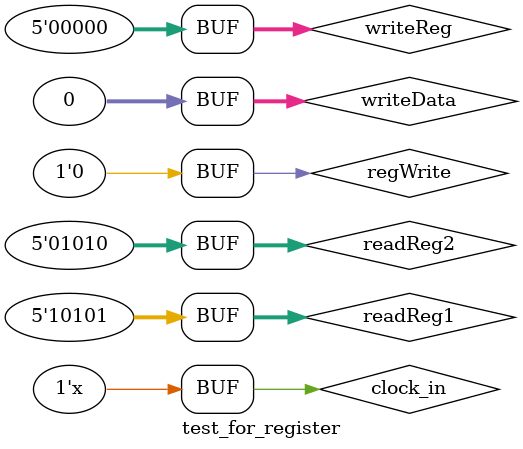
<source format=v>
`timescale 1ns / 1ps


module test_for_register;

	// Inputs
	reg clock_in;
	reg regWrite;
	reg [25:21] readReg1;
	reg [20:16] readReg2;
	reg [4:0] writeReg;
	reg [31:0] writeData;

	// Outputs
	wire [31:0] readData1;
	wire [31:0] readData2;
	//wire ;

	// Instantiate the Unit Under Test (UUT)
	register uut (
		.clock_in(clock_in), 
		.regWrite(regWrite), 
		.readReg1(readReg1), 
		.readReg2(readReg2), 
		.writeReg(writeReg), 
		.writeData(writeData), 
		.readData1(readData1), 
		.readData2(readData2) 
		//.()
	);

	initial begin
		// Initialize Inputs
		clock_in = 0;
		regWrite = 0;
		readReg1 = 0;
		readReg2 = 0;
		writeReg = 0;
		writeData = 0;

		// Wait 100 ns for global reset to finish
		#100;
        
		// Add stimulus here
		#285;
		regWrite = 1'b1;
		writeReg = 5'b10101;
		writeData = 32'hffff0000;
		
		#200;
		writeReg = 5'b01010;
		writeData = 32'h0000ffff;
		
		#200;
		regWrite = 1'b0;
		writeReg = 5'b00000;
		writeData = 32'h00000000;
		
		#50;
		readReg1 = 5'b10101;
		readReg2 = 5'b01010;
	end
   always #100
	begin
		clock_in = ~clock_in;
	end
endmodule


</source>
